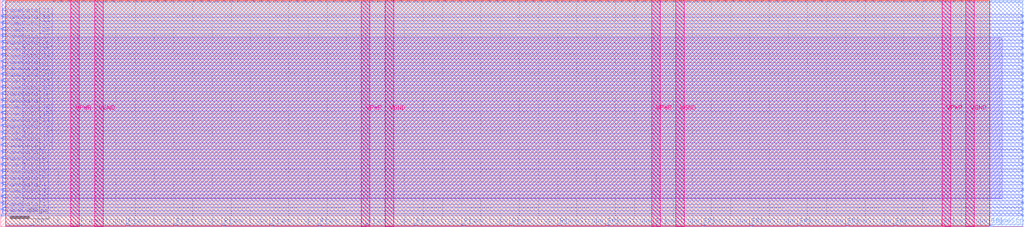
<source format=lef>
VERSION 5.7 ;
  NOWIREEXTENSIONATPIN ON ;
  DIVIDERCHAR "/" ;
  BUSBITCHARS "[]" ;
MACRO S_term_single2
  CLASS BLOCK ;
  FOREIGN S_term_single2 ;
  ORIGIN 0.000 0.000 ;
  SIZE 266.400 BY 59.220 ;
  PIN FrameData[0]
    DIRECTION INPUT ;
    USE SIGNAL ;
    ANTENNAGATEAREA 0.180700 ;
    PORT
      LAYER Metal2 ;
        RECT 0.000 2.740 0.450 3.140 ;
    END
  END FrameData[0]
  PIN FrameData[10]
    DIRECTION INPUT ;
    USE SIGNAL ;
    ANTENNAGATEAREA 0.180700 ;
    PORT
      LAYER Metal2 ;
        RECT 0.000 19.540 0.450 19.940 ;
    END
  END FrameData[10]
  PIN FrameData[11]
    DIRECTION INPUT ;
    USE SIGNAL ;
    ANTENNAGATEAREA 0.180700 ;
    PORT
      LAYER Metal2 ;
        RECT 0.000 21.220 0.450 21.620 ;
    END
  END FrameData[11]
  PIN FrameData[12]
    DIRECTION INPUT ;
    USE SIGNAL ;
    ANTENNAGATEAREA 0.180700 ;
    PORT
      LAYER Metal2 ;
        RECT 0.000 22.900 0.450 23.300 ;
    END
  END FrameData[12]
  PIN FrameData[13]
    DIRECTION INPUT ;
    USE SIGNAL ;
    ANTENNAGATEAREA 0.180700 ;
    PORT
      LAYER Metal2 ;
        RECT 0.000 24.580 0.450 24.980 ;
    END
  END FrameData[13]
  PIN FrameData[14]
    DIRECTION INPUT ;
    USE SIGNAL ;
    ANTENNAGATEAREA 0.180700 ;
    PORT
      LAYER Metal2 ;
        RECT 0.000 26.260 0.450 26.660 ;
    END
  END FrameData[14]
  PIN FrameData[15]
    DIRECTION INPUT ;
    USE SIGNAL ;
    ANTENNAGATEAREA 0.180700 ;
    PORT
      LAYER Metal2 ;
        RECT 0.000 27.940 0.450 28.340 ;
    END
  END FrameData[15]
  PIN FrameData[16]
    DIRECTION INPUT ;
    USE SIGNAL ;
    ANTENNAGATEAREA 0.180700 ;
    PORT
      LAYER Metal2 ;
        RECT 0.000 29.620 0.450 30.020 ;
    END
  END FrameData[16]
  PIN FrameData[17]
    DIRECTION INPUT ;
    USE SIGNAL ;
    ANTENNAGATEAREA 0.180700 ;
    PORT
      LAYER Metal2 ;
        RECT 0.000 31.300 0.450 31.700 ;
    END
  END FrameData[17]
  PIN FrameData[18]
    DIRECTION INPUT ;
    USE SIGNAL ;
    ANTENNAGATEAREA 0.180700 ;
    PORT
      LAYER Metal2 ;
        RECT 0.000 32.980 0.450 33.380 ;
    END
  END FrameData[18]
  PIN FrameData[19]
    DIRECTION INPUT ;
    USE SIGNAL ;
    ANTENNAGATEAREA 0.180700 ;
    PORT
      LAYER Metal2 ;
        RECT 0.000 34.660 0.450 35.060 ;
    END
  END FrameData[19]
  PIN FrameData[1]
    DIRECTION INPUT ;
    USE SIGNAL ;
    ANTENNAGATEAREA 0.180700 ;
    PORT
      LAYER Metal2 ;
        RECT 0.000 4.420 0.450 4.820 ;
    END
  END FrameData[1]
  PIN FrameData[20]
    DIRECTION INPUT ;
    USE SIGNAL ;
    ANTENNAGATEAREA 0.180700 ;
    PORT
      LAYER Metal2 ;
        RECT 0.000 36.340 0.450 36.740 ;
    END
  END FrameData[20]
  PIN FrameData[21]
    DIRECTION INPUT ;
    USE SIGNAL ;
    ANTENNAGATEAREA 0.180700 ;
    PORT
      LAYER Metal2 ;
        RECT 0.000 38.020 0.450 38.420 ;
    END
  END FrameData[21]
  PIN FrameData[22]
    DIRECTION INPUT ;
    USE SIGNAL ;
    ANTENNAGATEAREA 0.180700 ;
    PORT
      LAYER Metal2 ;
        RECT 0.000 39.700 0.450 40.100 ;
    END
  END FrameData[22]
  PIN FrameData[23]
    DIRECTION INPUT ;
    USE SIGNAL ;
    ANTENNAGATEAREA 0.180700 ;
    PORT
      LAYER Metal2 ;
        RECT 0.000 41.380 0.450 41.780 ;
    END
  END FrameData[23]
  PIN FrameData[24]
    DIRECTION INPUT ;
    USE SIGNAL ;
    ANTENNAGATEAREA 0.180700 ;
    PORT
      LAYER Metal2 ;
        RECT 0.000 43.060 0.450 43.460 ;
    END
  END FrameData[24]
  PIN FrameData[25]
    DIRECTION INPUT ;
    USE SIGNAL ;
    ANTENNAGATEAREA 0.180700 ;
    PORT
      LAYER Metal2 ;
        RECT 0.000 44.740 0.450 45.140 ;
    END
  END FrameData[25]
  PIN FrameData[26]
    DIRECTION INPUT ;
    USE SIGNAL ;
    ANTENNAGATEAREA 0.180700 ;
    PORT
      LAYER Metal2 ;
        RECT 0.000 46.420 0.450 46.820 ;
    END
  END FrameData[26]
  PIN FrameData[27]
    DIRECTION INPUT ;
    USE SIGNAL ;
    ANTENNAGATEAREA 0.180700 ;
    PORT
      LAYER Metal2 ;
        RECT 0.000 48.100 0.450 48.500 ;
    END
  END FrameData[27]
  PIN FrameData[28]
    DIRECTION INPUT ;
    USE SIGNAL ;
    ANTENNAGATEAREA 0.180700 ;
    PORT
      LAYER Metal2 ;
        RECT 0.000 49.780 0.450 50.180 ;
    END
  END FrameData[28]
  PIN FrameData[29]
    DIRECTION INPUT ;
    USE SIGNAL ;
    ANTENNAGATEAREA 0.180700 ;
    PORT
      LAYER Metal2 ;
        RECT 0.000 51.460 0.450 51.860 ;
    END
  END FrameData[29]
  PIN FrameData[2]
    DIRECTION INPUT ;
    USE SIGNAL ;
    ANTENNAGATEAREA 0.180700 ;
    PORT
      LAYER Metal2 ;
        RECT 0.000 6.100 0.450 6.500 ;
    END
  END FrameData[2]
  PIN FrameData[30]
    DIRECTION INPUT ;
    USE SIGNAL ;
    ANTENNAGATEAREA 0.180700 ;
    PORT
      LAYER Metal2 ;
        RECT 0.000 53.140 0.450 53.540 ;
    END
  END FrameData[30]
  PIN FrameData[31]
    DIRECTION INPUT ;
    USE SIGNAL ;
    ANTENNAGATEAREA 0.180700 ;
    PORT
      LAYER Metal2 ;
        RECT 0.000 54.820 0.450 55.220 ;
    END
  END FrameData[31]
  PIN FrameData[3]
    DIRECTION INPUT ;
    USE SIGNAL ;
    ANTENNAGATEAREA 0.180700 ;
    PORT
      LAYER Metal2 ;
        RECT 0.000 7.780 0.450 8.180 ;
    END
  END FrameData[3]
  PIN FrameData[4]
    DIRECTION INPUT ;
    USE SIGNAL ;
    ANTENNAGATEAREA 0.180700 ;
    PORT
      LAYER Metal2 ;
        RECT 0.000 9.460 0.450 9.860 ;
    END
  END FrameData[4]
  PIN FrameData[5]
    DIRECTION INPUT ;
    USE SIGNAL ;
    ANTENNAGATEAREA 0.180700 ;
    PORT
      LAYER Metal2 ;
        RECT 0.000 11.140 0.450 11.540 ;
    END
  END FrameData[5]
  PIN FrameData[6]
    DIRECTION INPUT ;
    USE SIGNAL ;
    ANTENNAGATEAREA 0.180700 ;
    PORT
      LAYER Metal2 ;
        RECT 0.000 12.820 0.450 13.220 ;
    END
  END FrameData[6]
  PIN FrameData[7]
    DIRECTION INPUT ;
    USE SIGNAL ;
    ANTENNAGATEAREA 0.180700 ;
    PORT
      LAYER Metal2 ;
        RECT 0.000 14.500 0.450 14.900 ;
    END
  END FrameData[7]
  PIN FrameData[8]
    DIRECTION INPUT ;
    USE SIGNAL ;
    ANTENNAGATEAREA 0.180700 ;
    PORT
      LAYER Metal2 ;
        RECT 0.000 16.180 0.450 16.580 ;
    END
  END FrameData[8]
  PIN FrameData[9]
    DIRECTION INPUT ;
    USE SIGNAL ;
    ANTENNAGATEAREA 0.180700 ;
    PORT
      LAYER Metal2 ;
        RECT 0.000 17.860 0.450 18.260 ;
    END
  END FrameData[9]
  PIN FrameData_O[0]
    DIRECTION OUTPUT ;
    USE SIGNAL ;
    ANTENNADIFFAREA 0.654800 ;
    PORT
      LAYER Metal2 ;
        RECT 265.950 2.740 266.400 3.140 ;
    END
  END FrameData_O[0]
  PIN FrameData_O[10]
    DIRECTION OUTPUT ;
    USE SIGNAL ;
    ANTENNADIFFAREA 0.654800 ;
    PORT
      LAYER Metal2 ;
        RECT 265.950 19.540 266.400 19.940 ;
    END
  END FrameData_O[10]
  PIN FrameData_O[11]
    DIRECTION OUTPUT ;
    USE SIGNAL ;
    ANTENNADIFFAREA 0.654800 ;
    PORT
      LAYER Metal2 ;
        RECT 265.950 21.220 266.400 21.620 ;
    END
  END FrameData_O[11]
  PIN FrameData_O[12]
    DIRECTION OUTPUT ;
    USE SIGNAL ;
    ANTENNADIFFAREA 0.654800 ;
    PORT
      LAYER Metal2 ;
        RECT 265.950 22.900 266.400 23.300 ;
    END
  END FrameData_O[12]
  PIN FrameData_O[13]
    DIRECTION OUTPUT ;
    USE SIGNAL ;
    ANTENNADIFFAREA 0.654800 ;
    PORT
      LAYER Metal2 ;
        RECT 265.950 24.580 266.400 24.980 ;
    END
  END FrameData_O[13]
  PIN FrameData_O[14]
    DIRECTION OUTPUT ;
    USE SIGNAL ;
    ANTENNADIFFAREA 0.654800 ;
    PORT
      LAYER Metal2 ;
        RECT 265.950 26.260 266.400 26.660 ;
    END
  END FrameData_O[14]
  PIN FrameData_O[15]
    DIRECTION OUTPUT ;
    USE SIGNAL ;
    ANTENNADIFFAREA 0.654800 ;
    PORT
      LAYER Metal2 ;
        RECT 265.950 27.940 266.400 28.340 ;
    END
  END FrameData_O[15]
  PIN FrameData_O[16]
    DIRECTION OUTPUT ;
    USE SIGNAL ;
    ANTENNADIFFAREA 0.654800 ;
    PORT
      LAYER Metal2 ;
        RECT 265.950 29.620 266.400 30.020 ;
    END
  END FrameData_O[16]
  PIN FrameData_O[17]
    DIRECTION OUTPUT ;
    USE SIGNAL ;
    ANTENNADIFFAREA 0.654800 ;
    PORT
      LAYER Metal2 ;
        RECT 265.950 31.300 266.400 31.700 ;
    END
  END FrameData_O[17]
  PIN FrameData_O[18]
    DIRECTION OUTPUT ;
    USE SIGNAL ;
    ANTENNADIFFAREA 0.654800 ;
    PORT
      LAYER Metal2 ;
        RECT 265.950 32.980 266.400 33.380 ;
    END
  END FrameData_O[18]
  PIN FrameData_O[19]
    DIRECTION OUTPUT ;
    USE SIGNAL ;
    ANTENNADIFFAREA 0.654800 ;
    PORT
      LAYER Metal2 ;
        RECT 265.950 34.660 266.400 35.060 ;
    END
  END FrameData_O[19]
  PIN FrameData_O[1]
    DIRECTION OUTPUT ;
    USE SIGNAL ;
    ANTENNADIFFAREA 0.654800 ;
    PORT
      LAYER Metal2 ;
        RECT 265.950 4.420 266.400 4.820 ;
    END
  END FrameData_O[1]
  PIN FrameData_O[20]
    DIRECTION OUTPUT ;
    USE SIGNAL ;
    ANTENNADIFFAREA 0.654800 ;
    PORT
      LAYER Metal2 ;
        RECT 265.950 36.340 266.400 36.740 ;
    END
  END FrameData_O[20]
  PIN FrameData_O[21]
    DIRECTION OUTPUT ;
    USE SIGNAL ;
    ANTENNADIFFAREA 0.654800 ;
    PORT
      LAYER Metal2 ;
        RECT 265.950 38.020 266.400 38.420 ;
    END
  END FrameData_O[21]
  PIN FrameData_O[22]
    DIRECTION OUTPUT ;
    USE SIGNAL ;
    ANTENNADIFFAREA 0.654800 ;
    PORT
      LAYER Metal2 ;
        RECT 265.950 39.700 266.400 40.100 ;
    END
  END FrameData_O[22]
  PIN FrameData_O[23]
    DIRECTION OUTPUT ;
    USE SIGNAL ;
    ANTENNADIFFAREA 0.654800 ;
    PORT
      LAYER Metal2 ;
        RECT 265.950 41.380 266.400 41.780 ;
    END
  END FrameData_O[23]
  PIN FrameData_O[24]
    DIRECTION OUTPUT ;
    USE SIGNAL ;
    ANTENNADIFFAREA 0.654800 ;
    PORT
      LAYER Metal2 ;
        RECT 265.950 43.060 266.400 43.460 ;
    END
  END FrameData_O[24]
  PIN FrameData_O[25]
    DIRECTION OUTPUT ;
    USE SIGNAL ;
    ANTENNADIFFAREA 0.654800 ;
    PORT
      LAYER Metal2 ;
        RECT 265.950 44.740 266.400 45.140 ;
    END
  END FrameData_O[25]
  PIN FrameData_O[26]
    DIRECTION OUTPUT ;
    USE SIGNAL ;
    ANTENNADIFFAREA 0.654800 ;
    PORT
      LAYER Metal2 ;
        RECT 265.950 46.420 266.400 46.820 ;
    END
  END FrameData_O[26]
  PIN FrameData_O[27]
    DIRECTION OUTPUT ;
    USE SIGNAL ;
    ANTENNADIFFAREA 0.654800 ;
    PORT
      LAYER Metal2 ;
        RECT 265.950 48.100 266.400 48.500 ;
    END
  END FrameData_O[27]
  PIN FrameData_O[28]
    DIRECTION OUTPUT ;
    USE SIGNAL ;
    ANTENNADIFFAREA 0.654800 ;
    PORT
      LAYER Metal2 ;
        RECT 265.950 49.780 266.400 50.180 ;
    END
  END FrameData_O[28]
  PIN FrameData_O[29]
    DIRECTION OUTPUT ;
    USE SIGNAL ;
    ANTENNADIFFAREA 0.654800 ;
    PORT
      LAYER Metal2 ;
        RECT 265.950 51.460 266.400 51.860 ;
    END
  END FrameData_O[29]
  PIN FrameData_O[2]
    DIRECTION OUTPUT ;
    USE SIGNAL ;
    ANTENNADIFFAREA 0.654800 ;
    PORT
      LAYER Metal2 ;
        RECT 265.950 6.100 266.400 6.500 ;
    END
  END FrameData_O[2]
  PIN FrameData_O[30]
    DIRECTION OUTPUT ;
    USE SIGNAL ;
    ANTENNADIFFAREA 0.654800 ;
    PORT
      LAYER Metal2 ;
        RECT 265.950 53.140 266.400 53.540 ;
    END
  END FrameData_O[30]
  PIN FrameData_O[31]
    DIRECTION OUTPUT ;
    USE SIGNAL ;
    ANTENNADIFFAREA 0.654800 ;
    PORT
      LAYER Metal2 ;
        RECT 265.950 54.820 266.400 55.220 ;
    END
  END FrameData_O[31]
  PIN FrameData_O[3]
    DIRECTION OUTPUT ;
    USE SIGNAL ;
    ANTENNADIFFAREA 0.654800 ;
    PORT
      LAYER Metal2 ;
        RECT 265.950 7.780 266.400 8.180 ;
    END
  END FrameData_O[3]
  PIN FrameData_O[4]
    DIRECTION OUTPUT ;
    USE SIGNAL ;
    ANTENNADIFFAREA 0.654800 ;
    PORT
      LAYER Metal2 ;
        RECT 265.950 9.460 266.400 9.860 ;
    END
  END FrameData_O[4]
  PIN FrameData_O[5]
    DIRECTION OUTPUT ;
    USE SIGNAL ;
    ANTENNADIFFAREA 0.654800 ;
    PORT
      LAYER Metal2 ;
        RECT 265.950 11.140 266.400 11.540 ;
    END
  END FrameData_O[5]
  PIN FrameData_O[6]
    DIRECTION OUTPUT ;
    USE SIGNAL ;
    ANTENNADIFFAREA 0.654800 ;
    PORT
      LAYER Metal2 ;
        RECT 265.950 12.820 266.400 13.220 ;
    END
  END FrameData_O[6]
  PIN FrameData_O[7]
    DIRECTION OUTPUT ;
    USE SIGNAL ;
    ANTENNADIFFAREA 0.654800 ;
    PORT
      LAYER Metal2 ;
        RECT 265.950 14.500 266.400 14.900 ;
    END
  END FrameData_O[7]
  PIN FrameData_O[8]
    DIRECTION OUTPUT ;
    USE SIGNAL ;
    ANTENNADIFFAREA 0.654800 ;
    PORT
      LAYER Metal2 ;
        RECT 265.950 16.180 266.400 16.580 ;
    END
  END FrameData_O[8]
  PIN FrameData_O[9]
    DIRECTION OUTPUT ;
    USE SIGNAL ;
    ANTENNADIFFAREA 0.654800 ;
    PORT
      LAYER Metal2 ;
        RECT 265.950 17.860 266.400 18.260 ;
    END
  END FrameData_O[9]
  PIN FrameStrobe[0]
    DIRECTION INPUT ;
    USE SIGNAL ;
    ANTENNAGATEAREA 0.180700 ;
    PORT
      LAYER Metal3 ;
        RECT 20.440 0.000 20.840 0.400 ;
    END
  END FrameStrobe[0]
  PIN FrameStrobe[10]
    DIRECTION INPUT ;
    USE SIGNAL ;
    ANTENNAGATEAREA 0.180700 ;
    PORT
      LAYER Metal3 ;
        RECT 145.240 0.000 145.640 0.400 ;
    END
  END FrameStrobe[10]
  PIN FrameStrobe[11]
    DIRECTION INPUT ;
    USE SIGNAL ;
    ANTENNAGATEAREA 0.180700 ;
    PORT
      LAYER Metal3 ;
        RECT 157.720 0.000 158.120 0.400 ;
    END
  END FrameStrobe[11]
  PIN FrameStrobe[12]
    DIRECTION INPUT ;
    USE SIGNAL ;
    ANTENNAGATEAREA 0.180700 ;
    PORT
      LAYER Metal3 ;
        RECT 170.200 0.000 170.600 0.400 ;
    END
  END FrameStrobe[12]
  PIN FrameStrobe[13]
    DIRECTION INPUT ;
    USE SIGNAL ;
    ANTENNAGATEAREA 0.180700 ;
    PORT
      LAYER Metal3 ;
        RECT 182.680 0.000 183.080 0.400 ;
    END
  END FrameStrobe[13]
  PIN FrameStrobe[14]
    DIRECTION INPUT ;
    USE SIGNAL ;
    ANTENNAGATEAREA 0.180700 ;
    PORT
      LAYER Metal3 ;
        RECT 195.160 0.000 195.560 0.400 ;
    END
  END FrameStrobe[14]
  PIN FrameStrobe[15]
    DIRECTION INPUT ;
    USE SIGNAL ;
    ANTENNAGATEAREA 0.180700 ;
    PORT
      LAYER Metal3 ;
        RECT 207.640 0.000 208.040 0.400 ;
    END
  END FrameStrobe[15]
  PIN FrameStrobe[16]
    DIRECTION INPUT ;
    USE SIGNAL ;
    ANTENNAGATEAREA 0.180700 ;
    PORT
      LAYER Metal3 ;
        RECT 220.120 0.000 220.520 0.400 ;
    END
  END FrameStrobe[16]
  PIN FrameStrobe[17]
    DIRECTION INPUT ;
    USE SIGNAL ;
    ANTENNAGATEAREA 0.180700 ;
    PORT
      LAYER Metal3 ;
        RECT 232.600 0.000 233.000 0.400 ;
    END
  END FrameStrobe[17]
  PIN FrameStrobe[18]
    DIRECTION INPUT ;
    USE SIGNAL ;
    ANTENNAGATEAREA 0.180700 ;
    PORT
      LAYER Metal3 ;
        RECT 245.080 0.000 245.480 0.400 ;
    END
  END FrameStrobe[18]
  PIN FrameStrobe[19]
    DIRECTION INPUT ;
    USE SIGNAL ;
    ANTENNAGATEAREA 0.180700 ;
    PORT
      LAYER Metal3 ;
        RECT 257.560 0.000 257.960 0.400 ;
    END
  END FrameStrobe[19]
  PIN FrameStrobe[1]
    DIRECTION INPUT ;
    USE SIGNAL ;
    ANTENNAGATEAREA 0.180700 ;
    PORT
      LAYER Metal3 ;
        RECT 32.920 0.000 33.320 0.400 ;
    END
  END FrameStrobe[1]
  PIN FrameStrobe[2]
    DIRECTION INPUT ;
    USE SIGNAL ;
    ANTENNAGATEAREA 0.180700 ;
    PORT
      LAYER Metal3 ;
        RECT 45.400 0.000 45.800 0.400 ;
    END
  END FrameStrobe[2]
  PIN FrameStrobe[3]
    DIRECTION INPUT ;
    USE SIGNAL ;
    ANTENNAGATEAREA 0.180700 ;
    PORT
      LAYER Metal3 ;
        RECT 57.880 0.000 58.280 0.400 ;
    END
  END FrameStrobe[3]
  PIN FrameStrobe[4]
    DIRECTION INPUT ;
    USE SIGNAL ;
    ANTENNAGATEAREA 0.180700 ;
    PORT
      LAYER Metal3 ;
        RECT 70.360 0.000 70.760 0.400 ;
    END
  END FrameStrobe[4]
  PIN FrameStrobe[5]
    DIRECTION INPUT ;
    USE SIGNAL ;
    ANTENNAGATEAREA 0.180700 ;
    PORT
      LAYER Metal3 ;
        RECT 82.840 0.000 83.240 0.400 ;
    END
  END FrameStrobe[5]
  PIN FrameStrobe[6]
    DIRECTION INPUT ;
    USE SIGNAL ;
    ANTENNAGATEAREA 0.180700 ;
    PORT
      LAYER Metal3 ;
        RECT 95.320 0.000 95.720 0.400 ;
    END
  END FrameStrobe[6]
  PIN FrameStrobe[7]
    DIRECTION INPUT ;
    USE SIGNAL ;
    ANTENNAGATEAREA 0.180700 ;
    PORT
      LAYER Metal3 ;
        RECT 107.800 0.000 108.200 0.400 ;
    END
  END FrameStrobe[7]
  PIN FrameStrobe[8]
    DIRECTION INPUT ;
    USE SIGNAL ;
    ANTENNAGATEAREA 0.180700 ;
    PORT
      LAYER Metal3 ;
        RECT 120.280 0.000 120.680 0.400 ;
    END
  END FrameStrobe[8]
  PIN FrameStrobe[9]
    DIRECTION INPUT ;
    USE SIGNAL ;
    ANTENNAGATEAREA 0.180700 ;
    PORT
      LAYER Metal3 ;
        RECT 132.760 0.000 133.160 0.400 ;
    END
  END FrameStrobe[9]
  PIN FrameStrobe_O[0]
    DIRECTION OUTPUT ;
    USE SIGNAL ;
    ANTENNADIFFAREA 0.654800 ;
    PORT
      LAYER Metal3 ;
        RECT 215.320 58.820 215.720 59.220 ;
    END
  END FrameStrobe_O[0]
  PIN FrameStrobe_O[10]
    DIRECTION OUTPUT ;
    USE SIGNAL ;
    ANTENNADIFFAREA 0.654800 ;
    PORT
      LAYER Metal3 ;
        RECT 234.520 58.820 234.920 59.220 ;
    END
  END FrameStrobe_O[10]
  PIN FrameStrobe_O[11]
    DIRECTION OUTPUT ;
    USE SIGNAL ;
    ANTENNADIFFAREA 0.654800 ;
    PORT
      LAYER Metal3 ;
        RECT 236.440 58.820 236.840 59.220 ;
    END
  END FrameStrobe_O[11]
  PIN FrameStrobe_O[12]
    DIRECTION OUTPUT ;
    USE SIGNAL ;
    ANTENNADIFFAREA 0.654800 ;
    PORT
      LAYER Metal3 ;
        RECT 238.360 58.820 238.760 59.220 ;
    END
  END FrameStrobe_O[12]
  PIN FrameStrobe_O[13]
    DIRECTION OUTPUT ;
    USE SIGNAL ;
    ANTENNADIFFAREA 0.654800 ;
    PORT
      LAYER Metal3 ;
        RECT 240.280 58.820 240.680 59.220 ;
    END
  END FrameStrobe_O[13]
  PIN FrameStrobe_O[14]
    DIRECTION OUTPUT ;
    USE SIGNAL ;
    ANTENNADIFFAREA 0.654800 ;
    PORT
      LAYER Metal3 ;
        RECT 242.200 58.820 242.600 59.220 ;
    END
  END FrameStrobe_O[14]
  PIN FrameStrobe_O[15]
    DIRECTION OUTPUT ;
    USE SIGNAL ;
    ANTENNADIFFAREA 0.654800 ;
    PORT
      LAYER Metal3 ;
        RECT 244.120 58.820 244.520 59.220 ;
    END
  END FrameStrobe_O[15]
  PIN FrameStrobe_O[16]
    DIRECTION OUTPUT ;
    USE SIGNAL ;
    ANTENNADIFFAREA 0.654800 ;
    PORT
      LAYER Metal3 ;
        RECT 246.040 58.820 246.440 59.220 ;
    END
  END FrameStrobe_O[16]
  PIN FrameStrobe_O[17]
    DIRECTION OUTPUT ;
    USE SIGNAL ;
    ANTENNADIFFAREA 0.654800 ;
    PORT
      LAYER Metal3 ;
        RECT 247.960 58.820 248.360 59.220 ;
    END
  END FrameStrobe_O[17]
  PIN FrameStrobe_O[18]
    DIRECTION OUTPUT ;
    USE SIGNAL ;
    ANTENNADIFFAREA 0.654800 ;
    PORT
      LAYER Metal3 ;
        RECT 249.880 58.820 250.280 59.220 ;
    END
  END FrameStrobe_O[18]
  PIN FrameStrobe_O[19]
    DIRECTION OUTPUT ;
    USE SIGNAL ;
    ANTENNADIFFAREA 0.654800 ;
    PORT
      LAYER Metal3 ;
        RECT 251.800 58.820 252.200 59.220 ;
    END
  END FrameStrobe_O[19]
  PIN FrameStrobe_O[1]
    DIRECTION OUTPUT ;
    USE SIGNAL ;
    ANTENNADIFFAREA 0.654800 ;
    PORT
      LAYER Metal3 ;
        RECT 217.240 58.820 217.640 59.220 ;
    END
  END FrameStrobe_O[1]
  PIN FrameStrobe_O[2]
    DIRECTION OUTPUT ;
    USE SIGNAL ;
    ANTENNADIFFAREA 0.654800 ;
    PORT
      LAYER Metal3 ;
        RECT 219.160 58.820 219.560 59.220 ;
    END
  END FrameStrobe_O[2]
  PIN FrameStrobe_O[3]
    DIRECTION OUTPUT ;
    USE SIGNAL ;
    ANTENNADIFFAREA 0.654800 ;
    PORT
      LAYER Metal3 ;
        RECT 221.080 58.820 221.480 59.220 ;
    END
  END FrameStrobe_O[3]
  PIN FrameStrobe_O[4]
    DIRECTION OUTPUT ;
    USE SIGNAL ;
    ANTENNADIFFAREA 0.654800 ;
    PORT
      LAYER Metal3 ;
        RECT 223.000 58.820 223.400 59.220 ;
    END
  END FrameStrobe_O[4]
  PIN FrameStrobe_O[5]
    DIRECTION OUTPUT ;
    USE SIGNAL ;
    ANTENNADIFFAREA 0.654800 ;
    PORT
      LAYER Metal3 ;
        RECT 224.920 58.820 225.320 59.220 ;
    END
  END FrameStrobe_O[5]
  PIN FrameStrobe_O[6]
    DIRECTION OUTPUT ;
    USE SIGNAL ;
    ANTENNADIFFAREA 0.654800 ;
    PORT
      LAYER Metal3 ;
        RECT 226.840 58.820 227.240 59.220 ;
    END
  END FrameStrobe_O[6]
  PIN FrameStrobe_O[7]
    DIRECTION OUTPUT ;
    USE SIGNAL ;
    ANTENNADIFFAREA 0.654800 ;
    PORT
      LAYER Metal3 ;
        RECT 228.760 58.820 229.160 59.220 ;
    END
  END FrameStrobe_O[7]
  PIN FrameStrobe_O[8]
    DIRECTION OUTPUT ;
    USE SIGNAL ;
    ANTENNADIFFAREA 0.654800 ;
    PORT
      LAYER Metal3 ;
        RECT 230.680 58.820 231.080 59.220 ;
    END
  END FrameStrobe_O[8]
  PIN FrameStrobe_O[9]
    DIRECTION OUTPUT ;
    USE SIGNAL ;
    ANTENNADIFFAREA 0.654800 ;
    PORT
      LAYER Metal3 ;
        RECT 232.600 58.820 233.000 59.220 ;
    END
  END FrameStrobe_O[9]
  PIN N1BEG[0]
    DIRECTION OUTPUT ;
    USE SIGNAL ;
    ANTENNADIFFAREA 0.654800 ;
    PORT
      LAYER Metal3 ;
        RECT 13.720 58.820 14.120 59.220 ;
    END
  END N1BEG[0]
  PIN N1BEG[1]
    DIRECTION OUTPUT ;
    USE SIGNAL ;
    ANTENNADIFFAREA 0.654800 ;
    PORT
      LAYER Metal3 ;
        RECT 15.640 58.820 16.040 59.220 ;
    END
  END N1BEG[1]
  PIN N1BEG[2]
    DIRECTION OUTPUT ;
    USE SIGNAL ;
    ANTENNADIFFAREA 0.654800 ;
    PORT
      LAYER Metal3 ;
        RECT 17.560 58.820 17.960 59.220 ;
    END
  END N1BEG[2]
  PIN N1BEG[3]
    DIRECTION OUTPUT ;
    USE SIGNAL ;
    ANTENNADIFFAREA 0.654800 ;
    PORT
      LAYER Metal3 ;
        RECT 19.480 58.820 19.880 59.220 ;
    END
  END N1BEG[3]
  PIN N2BEG[0]
    DIRECTION OUTPUT ;
    USE SIGNAL ;
    ANTENNADIFFAREA 0.654800 ;
    PORT
      LAYER Metal3 ;
        RECT 21.400 58.820 21.800 59.220 ;
    END
  END N2BEG[0]
  PIN N2BEG[1]
    DIRECTION OUTPUT ;
    USE SIGNAL ;
    ANTENNADIFFAREA 0.654800 ;
    PORT
      LAYER Metal3 ;
        RECT 23.320 58.820 23.720 59.220 ;
    END
  END N2BEG[1]
  PIN N2BEG[2]
    DIRECTION OUTPUT ;
    USE SIGNAL ;
    ANTENNADIFFAREA 0.654800 ;
    PORT
      LAYER Metal3 ;
        RECT 25.240 58.820 25.640 59.220 ;
    END
  END N2BEG[2]
  PIN N2BEG[3]
    DIRECTION OUTPUT ;
    USE SIGNAL ;
    ANTENNADIFFAREA 0.654800 ;
    PORT
      LAYER Metal3 ;
        RECT 27.160 58.820 27.560 59.220 ;
    END
  END N2BEG[3]
  PIN N2BEG[4]
    DIRECTION OUTPUT ;
    USE SIGNAL ;
    ANTENNADIFFAREA 0.654800 ;
    PORT
      LAYER Metal3 ;
        RECT 29.080 58.820 29.480 59.220 ;
    END
  END N2BEG[4]
  PIN N2BEG[5]
    DIRECTION OUTPUT ;
    USE SIGNAL ;
    ANTENNADIFFAREA 0.654800 ;
    PORT
      LAYER Metal3 ;
        RECT 31.000 58.820 31.400 59.220 ;
    END
  END N2BEG[5]
  PIN N2BEG[6]
    DIRECTION OUTPUT ;
    USE SIGNAL ;
    ANTENNADIFFAREA 0.654800 ;
    PORT
      LAYER Metal3 ;
        RECT 32.920 58.820 33.320 59.220 ;
    END
  END N2BEG[6]
  PIN N2BEG[7]
    DIRECTION OUTPUT ;
    USE SIGNAL ;
    ANTENNADIFFAREA 0.654800 ;
    PORT
      LAYER Metal3 ;
        RECT 34.840 58.820 35.240 59.220 ;
    END
  END N2BEG[7]
  PIN N2BEGb[0]
    DIRECTION OUTPUT ;
    USE SIGNAL ;
    ANTENNADIFFAREA 0.654800 ;
    PORT
      LAYER Metal3 ;
        RECT 36.760 58.820 37.160 59.220 ;
    END
  END N2BEGb[0]
  PIN N2BEGb[1]
    DIRECTION OUTPUT ;
    USE SIGNAL ;
    ANTENNADIFFAREA 0.654800 ;
    PORT
      LAYER Metal3 ;
        RECT 38.680 58.820 39.080 59.220 ;
    END
  END N2BEGb[1]
  PIN N2BEGb[2]
    DIRECTION OUTPUT ;
    USE SIGNAL ;
    ANTENNADIFFAREA 0.654800 ;
    PORT
      LAYER Metal3 ;
        RECT 40.600 58.820 41.000 59.220 ;
    END
  END N2BEGb[2]
  PIN N2BEGb[3]
    DIRECTION OUTPUT ;
    USE SIGNAL ;
    ANTENNADIFFAREA 0.654800 ;
    PORT
      LAYER Metal3 ;
        RECT 42.520 58.820 42.920 59.220 ;
    END
  END N2BEGb[3]
  PIN N2BEGb[4]
    DIRECTION OUTPUT ;
    USE SIGNAL ;
    ANTENNADIFFAREA 0.654800 ;
    PORT
      LAYER Metal3 ;
        RECT 44.440 58.820 44.840 59.220 ;
    END
  END N2BEGb[4]
  PIN N2BEGb[5]
    DIRECTION OUTPUT ;
    USE SIGNAL ;
    ANTENNADIFFAREA 0.654800 ;
    PORT
      LAYER Metal3 ;
        RECT 46.360 58.820 46.760 59.220 ;
    END
  END N2BEGb[5]
  PIN N2BEGb[6]
    DIRECTION OUTPUT ;
    USE SIGNAL ;
    ANTENNADIFFAREA 0.654800 ;
    PORT
      LAYER Metal3 ;
        RECT 48.280 58.820 48.680 59.220 ;
    END
  END N2BEGb[6]
  PIN N2BEGb[7]
    DIRECTION OUTPUT ;
    USE SIGNAL ;
    ANTENNADIFFAREA 0.654800 ;
    PORT
      LAYER Metal3 ;
        RECT 50.200 58.820 50.600 59.220 ;
    END
  END N2BEGb[7]
  PIN N4BEG[0]
    DIRECTION OUTPUT ;
    USE SIGNAL ;
    ANTENNADIFFAREA 0.654800 ;
    PORT
      LAYER Metal3 ;
        RECT 52.120 58.820 52.520 59.220 ;
    END
  END N4BEG[0]
  PIN N4BEG[10]
    DIRECTION OUTPUT ;
    USE SIGNAL ;
    ANTENNADIFFAREA 0.654800 ;
    PORT
      LAYER Metal3 ;
        RECT 71.320 58.820 71.720 59.220 ;
    END
  END N4BEG[10]
  PIN N4BEG[11]
    DIRECTION OUTPUT ;
    USE SIGNAL ;
    ANTENNADIFFAREA 0.654800 ;
    PORT
      LAYER Metal3 ;
        RECT 73.240 58.820 73.640 59.220 ;
    END
  END N4BEG[11]
  PIN N4BEG[12]
    DIRECTION OUTPUT ;
    USE SIGNAL ;
    ANTENNADIFFAREA 0.654800 ;
    PORT
      LAYER Metal3 ;
        RECT 75.160 58.820 75.560 59.220 ;
    END
  END N4BEG[12]
  PIN N4BEG[13]
    DIRECTION OUTPUT ;
    USE SIGNAL ;
    ANTENNADIFFAREA 0.654800 ;
    PORT
      LAYER Metal3 ;
        RECT 77.080 58.820 77.480 59.220 ;
    END
  END N4BEG[13]
  PIN N4BEG[14]
    DIRECTION OUTPUT ;
    USE SIGNAL ;
    ANTENNADIFFAREA 0.654800 ;
    PORT
      LAYER Metal3 ;
        RECT 79.000 58.820 79.400 59.220 ;
    END
  END N4BEG[14]
  PIN N4BEG[15]
    DIRECTION OUTPUT ;
    USE SIGNAL ;
    ANTENNADIFFAREA 0.654800 ;
    PORT
      LAYER Metal3 ;
        RECT 80.920 58.820 81.320 59.220 ;
    END
  END N4BEG[15]
  PIN N4BEG[1]
    DIRECTION OUTPUT ;
    USE SIGNAL ;
    ANTENNADIFFAREA 0.654800 ;
    PORT
      LAYER Metal3 ;
        RECT 54.040 58.820 54.440 59.220 ;
    END
  END N4BEG[1]
  PIN N4BEG[2]
    DIRECTION OUTPUT ;
    USE SIGNAL ;
    ANTENNADIFFAREA 0.654800 ;
    PORT
      LAYER Metal3 ;
        RECT 55.960 58.820 56.360 59.220 ;
    END
  END N4BEG[2]
  PIN N4BEG[3]
    DIRECTION OUTPUT ;
    USE SIGNAL ;
    ANTENNADIFFAREA 0.654800 ;
    PORT
      LAYER Metal3 ;
        RECT 57.880 58.820 58.280 59.220 ;
    END
  END N4BEG[3]
  PIN N4BEG[4]
    DIRECTION OUTPUT ;
    USE SIGNAL ;
    ANTENNADIFFAREA 0.654800 ;
    PORT
      LAYER Metal3 ;
        RECT 59.800 58.820 60.200 59.220 ;
    END
  END N4BEG[4]
  PIN N4BEG[5]
    DIRECTION OUTPUT ;
    USE SIGNAL ;
    ANTENNADIFFAREA 0.654800 ;
    PORT
      LAYER Metal3 ;
        RECT 61.720 58.820 62.120 59.220 ;
    END
  END N4BEG[5]
  PIN N4BEG[6]
    DIRECTION OUTPUT ;
    USE SIGNAL ;
    ANTENNADIFFAREA 0.654800 ;
    PORT
      LAYER Metal3 ;
        RECT 63.640 58.820 64.040 59.220 ;
    END
  END N4BEG[6]
  PIN N4BEG[7]
    DIRECTION OUTPUT ;
    USE SIGNAL ;
    ANTENNADIFFAREA 0.654800 ;
    PORT
      LAYER Metal3 ;
        RECT 65.560 58.820 65.960 59.220 ;
    END
  END N4BEG[7]
  PIN N4BEG[8]
    DIRECTION OUTPUT ;
    USE SIGNAL ;
    ANTENNADIFFAREA 0.654800 ;
    PORT
      LAYER Metal3 ;
        RECT 67.480 58.820 67.880 59.220 ;
    END
  END N4BEG[8]
  PIN N4BEG[9]
    DIRECTION OUTPUT ;
    USE SIGNAL ;
    ANTENNADIFFAREA 0.654800 ;
    PORT
      LAYER Metal3 ;
        RECT 69.400 58.820 69.800 59.220 ;
    END
  END N4BEG[9]
  PIN NN4BEG[0]
    DIRECTION OUTPUT ;
    USE SIGNAL ;
    ANTENNADIFFAREA 0.654800 ;
    PORT
      LAYER Metal3 ;
        RECT 82.840 58.820 83.240 59.220 ;
    END
  END NN4BEG[0]
  PIN NN4BEG[10]
    DIRECTION OUTPUT ;
    USE SIGNAL ;
    ANTENNADIFFAREA 0.654800 ;
    PORT
      LAYER Metal3 ;
        RECT 102.040 58.820 102.440 59.220 ;
    END
  END NN4BEG[10]
  PIN NN4BEG[11]
    DIRECTION OUTPUT ;
    USE SIGNAL ;
    ANTENNADIFFAREA 0.654800 ;
    PORT
      LAYER Metal3 ;
        RECT 103.960 58.820 104.360 59.220 ;
    END
  END NN4BEG[11]
  PIN NN4BEG[12]
    DIRECTION OUTPUT ;
    USE SIGNAL ;
    ANTENNADIFFAREA 0.654800 ;
    PORT
      LAYER Metal3 ;
        RECT 105.880 58.820 106.280 59.220 ;
    END
  END NN4BEG[12]
  PIN NN4BEG[13]
    DIRECTION OUTPUT ;
    USE SIGNAL ;
    ANTENNADIFFAREA 0.654800 ;
    PORT
      LAYER Metal3 ;
        RECT 107.800 58.820 108.200 59.220 ;
    END
  END NN4BEG[13]
  PIN NN4BEG[14]
    DIRECTION OUTPUT ;
    USE SIGNAL ;
    ANTENNADIFFAREA 0.654800 ;
    PORT
      LAYER Metal3 ;
        RECT 109.720 58.820 110.120 59.220 ;
    END
  END NN4BEG[14]
  PIN NN4BEG[15]
    DIRECTION OUTPUT ;
    USE SIGNAL ;
    ANTENNADIFFAREA 0.654800 ;
    PORT
      LAYER Metal3 ;
        RECT 111.640 58.820 112.040 59.220 ;
    END
  END NN4BEG[15]
  PIN NN4BEG[1]
    DIRECTION OUTPUT ;
    USE SIGNAL ;
    ANTENNADIFFAREA 0.654800 ;
    PORT
      LAYER Metal3 ;
        RECT 84.760 58.820 85.160 59.220 ;
    END
  END NN4BEG[1]
  PIN NN4BEG[2]
    DIRECTION OUTPUT ;
    USE SIGNAL ;
    ANTENNADIFFAREA 0.654800 ;
    PORT
      LAYER Metal3 ;
        RECT 86.680 58.820 87.080 59.220 ;
    END
  END NN4BEG[2]
  PIN NN4BEG[3]
    DIRECTION OUTPUT ;
    USE SIGNAL ;
    ANTENNADIFFAREA 0.654800 ;
    PORT
      LAYER Metal3 ;
        RECT 88.600 58.820 89.000 59.220 ;
    END
  END NN4BEG[3]
  PIN NN4BEG[4]
    DIRECTION OUTPUT ;
    USE SIGNAL ;
    ANTENNADIFFAREA 0.654800 ;
    PORT
      LAYER Metal3 ;
        RECT 90.520 58.820 90.920 59.220 ;
    END
  END NN4BEG[4]
  PIN NN4BEG[5]
    DIRECTION OUTPUT ;
    USE SIGNAL ;
    ANTENNADIFFAREA 0.654800 ;
    PORT
      LAYER Metal3 ;
        RECT 92.440 58.820 92.840 59.220 ;
    END
  END NN4BEG[5]
  PIN NN4BEG[6]
    DIRECTION OUTPUT ;
    USE SIGNAL ;
    ANTENNADIFFAREA 0.654800 ;
    PORT
      LAYER Metal3 ;
        RECT 94.360 58.820 94.760 59.220 ;
    END
  END NN4BEG[6]
  PIN NN4BEG[7]
    DIRECTION OUTPUT ;
    USE SIGNAL ;
    ANTENNADIFFAREA 0.654800 ;
    PORT
      LAYER Metal3 ;
        RECT 96.280 58.820 96.680 59.220 ;
    END
  END NN4BEG[7]
  PIN NN4BEG[8]
    DIRECTION OUTPUT ;
    USE SIGNAL ;
    ANTENNADIFFAREA 0.654800 ;
    PORT
      LAYER Metal3 ;
        RECT 98.200 58.820 98.600 59.220 ;
    END
  END NN4BEG[8]
  PIN NN4BEG[9]
    DIRECTION OUTPUT ;
    USE SIGNAL ;
    ANTENNADIFFAREA 0.654800 ;
    PORT
      LAYER Metal3 ;
        RECT 100.120 58.820 100.520 59.220 ;
    END
  END NN4BEG[9]
  PIN S1END[0]
    DIRECTION INPUT ;
    USE SIGNAL ;
    ANTENNAGATEAREA 0.180700 ;
    PORT
      LAYER Metal3 ;
        RECT 113.560 58.820 113.960 59.220 ;
    END
  END S1END[0]
  PIN S1END[1]
    DIRECTION INPUT ;
    USE SIGNAL ;
    ANTENNAGATEAREA 0.180700 ;
    PORT
      LAYER Metal3 ;
        RECT 115.480 58.820 115.880 59.220 ;
    END
  END S1END[1]
  PIN S1END[2]
    DIRECTION INPUT ;
    USE SIGNAL ;
    ANTENNAGATEAREA 0.180700 ;
    PORT
      LAYER Metal3 ;
        RECT 117.400 58.820 117.800 59.220 ;
    END
  END S1END[2]
  PIN S1END[3]
    DIRECTION INPUT ;
    USE SIGNAL ;
    ANTENNAGATEAREA 0.180700 ;
    PORT
      LAYER Metal3 ;
        RECT 119.320 58.820 119.720 59.220 ;
    END
  END S1END[3]
  PIN S2END[0]
    DIRECTION INPUT ;
    USE SIGNAL ;
    ANTENNAGATEAREA 0.180700 ;
    PORT
      LAYER Metal3 ;
        RECT 136.600 58.820 137.000 59.220 ;
    END
  END S2END[0]
  PIN S2END[1]
    DIRECTION INPUT ;
    USE SIGNAL ;
    ANTENNAGATEAREA 0.180700 ;
    PORT
      LAYER Metal3 ;
        RECT 138.520 58.820 138.920 59.220 ;
    END
  END S2END[1]
  PIN S2END[2]
    DIRECTION INPUT ;
    USE SIGNAL ;
    ANTENNAGATEAREA 0.180700 ;
    PORT
      LAYER Metal3 ;
        RECT 140.440 58.820 140.840 59.220 ;
    END
  END S2END[2]
  PIN S2END[3]
    DIRECTION INPUT ;
    USE SIGNAL ;
    ANTENNAGATEAREA 0.180700 ;
    PORT
      LAYER Metal3 ;
        RECT 142.360 58.820 142.760 59.220 ;
    END
  END S2END[3]
  PIN S2END[4]
    DIRECTION INPUT ;
    USE SIGNAL ;
    ANTENNAGATEAREA 0.180700 ;
    PORT
      LAYER Metal3 ;
        RECT 144.280 58.820 144.680 59.220 ;
    END
  END S2END[4]
  PIN S2END[5]
    DIRECTION INPUT ;
    USE SIGNAL ;
    ANTENNAGATEAREA 0.180700 ;
    PORT
      LAYER Metal3 ;
        RECT 146.200 58.820 146.600 59.220 ;
    END
  END S2END[5]
  PIN S2END[6]
    DIRECTION INPUT ;
    USE SIGNAL ;
    ANTENNAGATEAREA 0.180700 ;
    PORT
      LAYER Metal3 ;
        RECT 148.120 58.820 148.520 59.220 ;
    END
  END S2END[6]
  PIN S2END[7]
    DIRECTION INPUT ;
    USE SIGNAL ;
    ANTENNAGATEAREA 0.180700 ;
    PORT
      LAYER Metal3 ;
        RECT 150.040 58.820 150.440 59.220 ;
    END
  END S2END[7]
  PIN S2MID[0]
    DIRECTION INPUT ;
    USE SIGNAL ;
    ANTENNAGATEAREA 0.180700 ;
    PORT
      LAYER Metal3 ;
        RECT 121.240 58.820 121.640 59.220 ;
    END
  END S2MID[0]
  PIN S2MID[1]
    DIRECTION INPUT ;
    USE SIGNAL ;
    ANTENNAGATEAREA 0.180700 ;
    PORT
      LAYER Metal3 ;
        RECT 123.160 58.820 123.560 59.220 ;
    END
  END S2MID[1]
  PIN S2MID[2]
    DIRECTION INPUT ;
    USE SIGNAL ;
    ANTENNAGATEAREA 0.180700 ;
    PORT
      LAYER Metal3 ;
        RECT 125.080 58.820 125.480 59.220 ;
    END
  END S2MID[2]
  PIN S2MID[3]
    DIRECTION INPUT ;
    USE SIGNAL ;
    ANTENNAGATEAREA 0.180700 ;
    PORT
      LAYER Metal3 ;
        RECT 127.000 58.820 127.400 59.220 ;
    END
  END S2MID[3]
  PIN S2MID[4]
    DIRECTION INPUT ;
    USE SIGNAL ;
    ANTENNAGATEAREA 0.180700 ;
    PORT
      LAYER Metal3 ;
        RECT 128.920 58.820 129.320 59.220 ;
    END
  END S2MID[4]
  PIN S2MID[5]
    DIRECTION INPUT ;
    USE SIGNAL ;
    ANTENNAGATEAREA 0.180700 ;
    PORT
      LAYER Metal3 ;
        RECT 130.840 58.820 131.240 59.220 ;
    END
  END S2MID[5]
  PIN S2MID[6]
    DIRECTION INPUT ;
    USE SIGNAL ;
    ANTENNAGATEAREA 0.180700 ;
    PORT
      LAYER Metal3 ;
        RECT 132.760 58.820 133.160 59.220 ;
    END
  END S2MID[6]
  PIN S2MID[7]
    DIRECTION INPUT ;
    USE SIGNAL ;
    ANTENNAGATEAREA 0.180700 ;
    PORT
      LAYER Metal3 ;
        RECT 134.680 58.820 135.080 59.220 ;
    END
  END S2MID[7]
  PIN S4END[0]
    DIRECTION INPUT ;
    USE SIGNAL ;
    ANTENNAGATEAREA 0.180700 ;
    PORT
      LAYER Metal3 ;
        RECT 151.960 58.820 152.360 59.220 ;
    END
  END S4END[0]
  PIN S4END[10]
    DIRECTION INPUT ;
    USE SIGNAL ;
    ANTENNAGATEAREA 0.180700 ;
    PORT
      LAYER Metal3 ;
        RECT 171.160 58.820 171.560 59.220 ;
    END
  END S4END[10]
  PIN S4END[11]
    DIRECTION INPUT ;
    USE SIGNAL ;
    ANTENNAGATEAREA 0.180700 ;
    PORT
      LAYER Metal3 ;
        RECT 173.080 58.820 173.480 59.220 ;
    END
  END S4END[11]
  PIN S4END[12]
    DIRECTION INPUT ;
    USE SIGNAL ;
    ANTENNAGATEAREA 0.180700 ;
    PORT
      LAYER Metal3 ;
        RECT 175.000 58.820 175.400 59.220 ;
    END
  END S4END[12]
  PIN S4END[13]
    DIRECTION INPUT ;
    USE SIGNAL ;
    ANTENNAGATEAREA 0.180700 ;
    PORT
      LAYER Metal3 ;
        RECT 176.920 58.820 177.320 59.220 ;
    END
  END S4END[13]
  PIN S4END[14]
    DIRECTION INPUT ;
    USE SIGNAL ;
    ANTENNAGATEAREA 0.180700 ;
    PORT
      LAYER Metal3 ;
        RECT 178.840 58.820 179.240 59.220 ;
    END
  END S4END[14]
  PIN S4END[15]
    DIRECTION INPUT ;
    USE SIGNAL ;
    ANTENNAGATEAREA 0.180700 ;
    PORT
      LAYER Metal3 ;
        RECT 180.760 58.820 181.160 59.220 ;
    END
  END S4END[15]
  PIN S4END[1]
    DIRECTION INPUT ;
    USE SIGNAL ;
    ANTENNAGATEAREA 0.180700 ;
    PORT
      LAYER Metal3 ;
        RECT 153.880 58.820 154.280 59.220 ;
    END
  END S4END[1]
  PIN S4END[2]
    DIRECTION INPUT ;
    USE SIGNAL ;
    ANTENNAGATEAREA 0.180700 ;
    PORT
      LAYER Metal3 ;
        RECT 155.800 58.820 156.200 59.220 ;
    END
  END S4END[2]
  PIN S4END[3]
    DIRECTION INPUT ;
    USE SIGNAL ;
    ANTENNAGATEAREA 0.180700 ;
    PORT
      LAYER Metal3 ;
        RECT 157.720 58.820 158.120 59.220 ;
    END
  END S4END[3]
  PIN S4END[4]
    DIRECTION INPUT ;
    USE SIGNAL ;
    ANTENNAGATEAREA 0.180700 ;
    PORT
      LAYER Metal3 ;
        RECT 159.640 58.820 160.040 59.220 ;
    END
  END S4END[4]
  PIN S4END[5]
    DIRECTION INPUT ;
    USE SIGNAL ;
    ANTENNAGATEAREA 0.180700 ;
    PORT
      LAYER Metal3 ;
        RECT 161.560 58.820 161.960 59.220 ;
    END
  END S4END[5]
  PIN S4END[6]
    DIRECTION INPUT ;
    USE SIGNAL ;
    ANTENNAGATEAREA 0.180700 ;
    PORT
      LAYER Metal3 ;
        RECT 163.480 58.820 163.880 59.220 ;
    END
  END S4END[6]
  PIN S4END[7]
    DIRECTION INPUT ;
    USE SIGNAL ;
    ANTENNAGATEAREA 0.180700 ;
    PORT
      LAYER Metal3 ;
        RECT 165.400 58.820 165.800 59.220 ;
    END
  END S4END[7]
  PIN S4END[8]
    DIRECTION INPUT ;
    USE SIGNAL ;
    ANTENNAGATEAREA 0.180700 ;
    PORT
      LAYER Metal3 ;
        RECT 167.320 58.820 167.720 59.220 ;
    END
  END S4END[8]
  PIN S4END[9]
    DIRECTION INPUT ;
    USE SIGNAL ;
    ANTENNAGATEAREA 0.180700 ;
    PORT
      LAYER Metal3 ;
        RECT 169.240 58.820 169.640 59.220 ;
    END
  END S4END[9]
  PIN SS4END[0]
    DIRECTION INPUT ;
    USE SIGNAL ;
    ANTENNAGATEAREA 0.180700 ;
    PORT
      LAYER Metal3 ;
        RECT 182.680 58.820 183.080 59.220 ;
    END
  END SS4END[0]
  PIN SS4END[10]
    DIRECTION INPUT ;
    USE SIGNAL ;
    ANTENNAGATEAREA 0.180700 ;
    PORT
      LAYER Metal3 ;
        RECT 201.880 58.820 202.280 59.220 ;
    END
  END SS4END[10]
  PIN SS4END[11]
    DIRECTION INPUT ;
    USE SIGNAL ;
    ANTENNAGATEAREA 0.180700 ;
    PORT
      LAYER Metal3 ;
        RECT 203.800 58.820 204.200 59.220 ;
    END
  END SS4END[11]
  PIN SS4END[12]
    DIRECTION INPUT ;
    USE SIGNAL ;
    ANTENNAGATEAREA 0.180700 ;
    PORT
      LAYER Metal3 ;
        RECT 205.720 58.820 206.120 59.220 ;
    END
  END SS4END[12]
  PIN SS4END[13]
    DIRECTION INPUT ;
    USE SIGNAL ;
    ANTENNAGATEAREA 0.180700 ;
    PORT
      LAYER Metal3 ;
        RECT 207.640 58.820 208.040 59.220 ;
    END
  END SS4END[13]
  PIN SS4END[14]
    DIRECTION INPUT ;
    USE SIGNAL ;
    ANTENNAGATEAREA 0.180700 ;
    PORT
      LAYER Metal3 ;
        RECT 209.560 58.820 209.960 59.220 ;
    END
  END SS4END[14]
  PIN SS4END[15]
    DIRECTION INPUT ;
    USE SIGNAL ;
    ANTENNAGATEAREA 0.180700 ;
    PORT
      LAYER Metal3 ;
        RECT 211.480 58.820 211.880 59.220 ;
    END
  END SS4END[15]
  PIN SS4END[1]
    DIRECTION INPUT ;
    USE SIGNAL ;
    ANTENNAGATEAREA 0.180700 ;
    PORT
      LAYER Metal3 ;
        RECT 184.600 58.820 185.000 59.220 ;
    END
  END SS4END[1]
  PIN SS4END[2]
    DIRECTION INPUT ;
    USE SIGNAL ;
    ANTENNAGATEAREA 0.180700 ;
    PORT
      LAYER Metal3 ;
        RECT 186.520 58.820 186.920 59.220 ;
    END
  END SS4END[2]
  PIN SS4END[3]
    DIRECTION INPUT ;
    USE SIGNAL ;
    ANTENNAGATEAREA 0.180700 ;
    PORT
      LAYER Metal3 ;
        RECT 188.440 58.820 188.840 59.220 ;
    END
  END SS4END[3]
  PIN SS4END[4]
    DIRECTION INPUT ;
    USE SIGNAL ;
    ANTENNAGATEAREA 0.180700 ;
    PORT
      LAYER Metal3 ;
        RECT 190.360 58.820 190.760 59.220 ;
    END
  END SS4END[4]
  PIN SS4END[5]
    DIRECTION INPUT ;
    USE SIGNAL ;
    ANTENNAGATEAREA 0.180700 ;
    PORT
      LAYER Metal3 ;
        RECT 192.280 58.820 192.680 59.220 ;
    END
  END SS4END[5]
  PIN SS4END[6]
    DIRECTION INPUT ;
    USE SIGNAL ;
    ANTENNAGATEAREA 0.180700 ;
    PORT
      LAYER Metal3 ;
        RECT 194.200 58.820 194.600 59.220 ;
    END
  END SS4END[6]
  PIN SS4END[7]
    DIRECTION INPUT ;
    USE SIGNAL ;
    ANTENNAGATEAREA 0.180700 ;
    PORT
      LAYER Metal3 ;
        RECT 196.120 58.820 196.520 59.220 ;
    END
  END SS4END[7]
  PIN SS4END[8]
    DIRECTION INPUT ;
    USE SIGNAL ;
    ANTENNAGATEAREA 0.180700 ;
    PORT
      LAYER Metal3 ;
        RECT 198.040 58.820 198.440 59.220 ;
    END
  END SS4END[8]
  PIN SS4END[9]
    DIRECTION INPUT ;
    USE SIGNAL ;
    ANTENNAGATEAREA 0.180700 ;
    PORT
      LAYER Metal3 ;
        RECT 199.960 58.820 200.360 59.220 ;
    END
  END SS4END[9]
  PIN UserCLK
    DIRECTION INPUT ;
    USE SIGNAL ;
    ANTENNAGATEAREA 0.180700 ;
    PORT
      LAYER Metal3 ;
        RECT 7.960 0.000 8.360 0.400 ;
    END
  END UserCLK
  PIN UserCLKo
    DIRECTION OUTPUT ;
    USE SIGNAL ;
    ANTENNADIFFAREA 0.654800 ;
    PORT
      LAYER Metal3 ;
        RECT 213.400 58.820 213.800 59.220 ;
    END
  END UserCLKo
  PIN VGND
    DIRECTION INOUT ;
    USE GROUND ;
    PORT
      LAYER Metal5 ;
        RECT 24.460 0.000 26.660 59.220 ;
    END
    PORT
      LAYER Metal5 ;
        RECT 100.060 0.000 102.260 59.220 ;
    END
    PORT
      LAYER Metal5 ;
        RECT 175.660 0.000 177.860 59.220 ;
    END
    PORT
      LAYER Metal5 ;
        RECT 251.260 0.000 253.460 59.220 ;
    END
  END VGND
  PIN VPWR
    DIRECTION INOUT ;
    USE POWER ;
    PORT
      LAYER Metal5 ;
        RECT 18.260 0.000 20.460 59.220 ;
    END
    PORT
      LAYER Metal5 ;
        RECT 93.860 0.000 96.060 59.220 ;
    END
    PORT
      LAYER Metal5 ;
        RECT 169.460 0.000 171.660 59.220 ;
    END
    PORT
      LAYER Metal5 ;
        RECT 245.060 0.000 247.260 59.220 ;
    END
  END VPWR
  OBS
      LAYER GatPoly ;
        RECT 5.760 7.410 260.640 49.290 ;
      LAYER Metal1 ;
        RECT 5.760 7.340 260.640 49.360 ;
      LAYER Metal2 ;
        RECT 0.380 55.430 266.065 58.900 ;
        RECT 0.660 54.610 265.740 55.430 ;
        RECT 0.380 53.750 266.065 54.610 ;
        RECT 0.660 52.930 265.740 53.750 ;
        RECT 0.380 52.070 266.065 52.930 ;
        RECT 0.660 51.250 265.740 52.070 ;
        RECT 0.380 50.390 266.065 51.250 ;
        RECT 0.660 49.570 265.740 50.390 ;
        RECT 0.380 48.710 266.065 49.570 ;
        RECT 0.660 47.890 265.740 48.710 ;
        RECT 0.380 47.030 266.065 47.890 ;
        RECT 0.660 46.210 265.740 47.030 ;
        RECT 0.380 45.350 266.065 46.210 ;
        RECT 0.660 44.530 265.740 45.350 ;
        RECT 0.380 43.670 266.065 44.530 ;
        RECT 0.660 42.850 265.740 43.670 ;
        RECT 0.380 41.990 266.065 42.850 ;
        RECT 0.660 41.170 265.740 41.990 ;
        RECT 0.380 40.310 266.065 41.170 ;
        RECT 0.660 39.490 265.740 40.310 ;
        RECT 0.380 38.630 266.065 39.490 ;
        RECT 0.660 37.810 265.740 38.630 ;
        RECT 0.380 36.950 266.065 37.810 ;
        RECT 0.660 36.130 265.740 36.950 ;
        RECT 0.380 35.270 266.065 36.130 ;
        RECT 0.660 34.450 265.740 35.270 ;
        RECT 0.380 33.590 266.065 34.450 ;
        RECT 0.660 32.770 265.740 33.590 ;
        RECT 0.380 31.910 266.065 32.770 ;
        RECT 0.660 31.090 265.740 31.910 ;
        RECT 0.380 30.230 266.065 31.090 ;
        RECT 0.660 29.410 265.740 30.230 ;
        RECT 0.380 28.550 266.065 29.410 ;
        RECT 0.660 27.730 265.740 28.550 ;
        RECT 0.380 26.870 266.065 27.730 ;
        RECT 0.660 26.050 265.740 26.870 ;
        RECT 0.380 25.190 266.065 26.050 ;
        RECT 0.660 24.370 265.740 25.190 ;
        RECT 0.380 23.510 266.065 24.370 ;
        RECT 0.660 22.690 265.740 23.510 ;
        RECT 0.380 21.830 266.065 22.690 ;
        RECT 0.660 21.010 265.740 21.830 ;
        RECT 0.380 20.150 266.065 21.010 ;
        RECT 0.660 19.330 265.740 20.150 ;
        RECT 0.380 18.470 266.065 19.330 ;
        RECT 0.660 17.650 265.740 18.470 ;
        RECT 0.380 16.790 266.065 17.650 ;
        RECT 0.660 15.970 265.740 16.790 ;
        RECT 0.380 15.110 266.065 15.970 ;
        RECT 0.660 14.290 265.740 15.110 ;
        RECT 0.380 13.430 266.065 14.290 ;
        RECT 0.660 12.610 265.740 13.430 ;
        RECT 0.380 11.750 266.065 12.610 ;
        RECT 0.660 10.930 265.740 11.750 ;
        RECT 0.380 10.070 266.065 10.930 ;
        RECT 0.660 9.250 265.740 10.070 ;
        RECT 0.380 8.390 266.065 9.250 ;
        RECT 0.660 7.570 265.740 8.390 ;
        RECT 0.380 6.710 266.065 7.570 ;
        RECT 0.660 5.890 265.740 6.710 ;
        RECT 0.380 5.030 266.065 5.890 ;
        RECT 0.660 4.210 265.740 5.030 ;
        RECT 0.380 3.350 266.065 4.210 ;
        RECT 0.660 2.840 265.740 3.350 ;
      LAYER Metal3 ;
        RECT 1.340 58.610 13.510 58.945 ;
        RECT 14.330 58.610 15.430 58.945 ;
        RECT 16.250 58.610 17.350 58.945 ;
        RECT 18.170 58.610 19.270 58.945 ;
        RECT 20.090 58.610 21.190 58.945 ;
        RECT 22.010 58.610 23.110 58.945 ;
        RECT 23.930 58.610 25.030 58.945 ;
        RECT 25.850 58.610 26.950 58.945 ;
        RECT 27.770 58.610 28.870 58.945 ;
        RECT 29.690 58.610 30.790 58.945 ;
        RECT 31.610 58.610 32.710 58.945 ;
        RECT 33.530 58.610 34.630 58.945 ;
        RECT 35.450 58.610 36.550 58.945 ;
        RECT 37.370 58.610 38.470 58.945 ;
        RECT 39.290 58.610 40.390 58.945 ;
        RECT 41.210 58.610 42.310 58.945 ;
        RECT 43.130 58.610 44.230 58.945 ;
        RECT 45.050 58.610 46.150 58.945 ;
        RECT 46.970 58.610 48.070 58.945 ;
        RECT 48.890 58.610 49.990 58.945 ;
        RECT 50.810 58.610 51.910 58.945 ;
        RECT 52.730 58.610 53.830 58.945 ;
        RECT 54.650 58.610 55.750 58.945 ;
        RECT 56.570 58.610 57.670 58.945 ;
        RECT 58.490 58.610 59.590 58.945 ;
        RECT 60.410 58.610 61.510 58.945 ;
        RECT 62.330 58.610 63.430 58.945 ;
        RECT 64.250 58.610 65.350 58.945 ;
        RECT 66.170 58.610 67.270 58.945 ;
        RECT 68.090 58.610 69.190 58.945 ;
        RECT 70.010 58.610 71.110 58.945 ;
        RECT 71.930 58.610 73.030 58.945 ;
        RECT 73.850 58.610 74.950 58.945 ;
        RECT 75.770 58.610 76.870 58.945 ;
        RECT 77.690 58.610 78.790 58.945 ;
        RECT 79.610 58.610 80.710 58.945 ;
        RECT 81.530 58.610 82.630 58.945 ;
        RECT 83.450 58.610 84.550 58.945 ;
        RECT 85.370 58.610 86.470 58.945 ;
        RECT 87.290 58.610 88.390 58.945 ;
        RECT 89.210 58.610 90.310 58.945 ;
        RECT 91.130 58.610 92.230 58.945 ;
        RECT 93.050 58.610 94.150 58.945 ;
        RECT 94.970 58.610 96.070 58.945 ;
        RECT 96.890 58.610 97.990 58.945 ;
        RECT 98.810 58.610 99.910 58.945 ;
        RECT 100.730 58.610 101.830 58.945 ;
        RECT 102.650 58.610 103.750 58.945 ;
        RECT 104.570 58.610 105.670 58.945 ;
        RECT 106.490 58.610 107.590 58.945 ;
        RECT 108.410 58.610 109.510 58.945 ;
        RECT 110.330 58.610 111.430 58.945 ;
        RECT 112.250 58.610 113.350 58.945 ;
        RECT 114.170 58.610 115.270 58.945 ;
        RECT 116.090 58.610 117.190 58.945 ;
        RECT 118.010 58.610 119.110 58.945 ;
        RECT 119.930 58.610 121.030 58.945 ;
        RECT 121.850 58.610 122.950 58.945 ;
        RECT 123.770 58.610 124.870 58.945 ;
        RECT 125.690 58.610 126.790 58.945 ;
        RECT 127.610 58.610 128.710 58.945 ;
        RECT 129.530 58.610 130.630 58.945 ;
        RECT 131.450 58.610 132.550 58.945 ;
        RECT 133.370 58.610 134.470 58.945 ;
        RECT 135.290 58.610 136.390 58.945 ;
        RECT 137.210 58.610 138.310 58.945 ;
        RECT 139.130 58.610 140.230 58.945 ;
        RECT 141.050 58.610 142.150 58.945 ;
        RECT 142.970 58.610 144.070 58.945 ;
        RECT 144.890 58.610 145.990 58.945 ;
        RECT 146.810 58.610 147.910 58.945 ;
        RECT 148.730 58.610 149.830 58.945 ;
        RECT 150.650 58.610 151.750 58.945 ;
        RECT 152.570 58.610 153.670 58.945 ;
        RECT 154.490 58.610 155.590 58.945 ;
        RECT 156.410 58.610 157.510 58.945 ;
        RECT 158.330 58.610 159.430 58.945 ;
        RECT 160.250 58.610 161.350 58.945 ;
        RECT 162.170 58.610 163.270 58.945 ;
        RECT 164.090 58.610 165.190 58.945 ;
        RECT 166.010 58.610 167.110 58.945 ;
        RECT 167.930 58.610 169.030 58.945 ;
        RECT 169.850 58.610 170.950 58.945 ;
        RECT 171.770 58.610 172.870 58.945 ;
        RECT 173.690 58.610 174.790 58.945 ;
        RECT 175.610 58.610 176.710 58.945 ;
        RECT 177.530 58.610 178.630 58.945 ;
        RECT 179.450 58.610 180.550 58.945 ;
        RECT 181.370 58.610 182.470 58.945 ;
        RECT 183.290 58.610 184.390 58.945 ;
        RECT 185.210 58.610 186.310 58.945 ;
        RECT 187.130 58.610 188.230 58.945 ;
        RECT 189.050 58.610 190.150 58.945 ;
        RECT 190.970 58.610 192.070 58.945 ;
        RECT 192.890 58.610 193.990 58.945 ;
        RECT 194.810 58.610 195.910 58.945 ;
        RECT 196.730 58.610 197.830 58.945 ;
        RECT 198.650 58.610 199.750 58.945 ;
        RECT 200.570 58.610 201.670 58.945 ;
        RECT 202.490 58.610 203.590 58.945 ;
        RECT 204.410 58.610 205.510 58.945 ;
        RECT 206.330 58.610 207.430 58.945 ;
        RECT 208.250 58.610 209.350 58.945 ;
        RECT 210.170 58.610 211.270 58.945 ;
        RECT 212.090 58.610 213.190 58.945 ;
        RECT 214.010 58.610 215.110 58.945 ;
        RECT 215.930 58.610 217.030 58.945 ;
        RECT 217.850 58.610 218.950 58.945 ;
        RECT 219.770 58.610 220.870 58.945 ;
        RECT 221.690 58.610 222.790 58.945 ;
        RECT 223.610 58.610 224.710 58.945 ;
        RECT 225.530 58.610 226.630 58.945 ;
        RECT 227.450 58.610 228.550 58.945 ;
        RECT 229.370 58.610 230.470 58.945 ;
        RECT 231.290 58.610 232.390 58.945 ;
        RECT 233.210 58.610 234.310 58.945 ;
        RECT 235.130 58.610 236.230 58.945 ;
        RECT 237.050 58.610 238.150 58.945 ;
        RECT 238.970 58.610 240.070 58.945 ;
        RECT 240.890 58.610 241.990 58.945 ;
        RECT 242.810 58.610 243.910 58.945 ;
        RECT 244.730 58.610 245.830 58.945 ;
        RECT 246.650 58.610 247.750 58.945 ;
        RECT 248.570 58.610 249.670 58.945 ;
        RECT 250.490 58.610 251.590 58.945 ;
        RECT 252.410 58.610 266.020 58.945 ;
        RECT 1.340 0.610 266.020 58.610 ;
        RECT 1.340 0.100 7.750 0.610 ;
        RECT 8.570 0.100 20.230 0.610 ;
        RECT 21.050 0.100 32.710 0.610 ;
        RECT 33.530 0.100 45.190 0.610 ;
        RECT 46.010 0.100 57.670 0.610 ;
        RECT 58.490 0.100 70.150 0.610 ;
        RECT 70.970 0.100 82.630 0.610 ;
        RECT 83.450 0.100 95.110 0.610 ;
        RECT 95.930 0.100 107.590 0.610 ;
        RECT 108.410 0.100 120.070 0.610 ;
        RECT 120.890 0.100 132.550 0.610 ;
        RECT 133.370 0.100 145.030 0.610 ;
        RECT 145.850 0.100 157.510 0.610 ;
        RECT 158.330 0.100 169.990 0.610 ;
        RECT 170.810 0.100 182.470 0.610 ;
        RECT 183.290 0.100 194.950 0.610 ;
        RECT 195.770 0.100 207.430 0.610 ;
        RECT 208.250 0.100 219.910 0.610 ;
        RECT 220.730 0.100 232.390 0.610 ;
        RECT 233.210 0.100 244.870 0.610 ;
        RECT 245.690 0.100 257.350 0.610 ;
        RECT 258.170 0.100 266.020 0.610 ;
      LAYER Metal4 ;
        RECT 1.295 0.320 257.425 58.900 ;
  END
END S_term_single2
END LIBRARY


</source>
